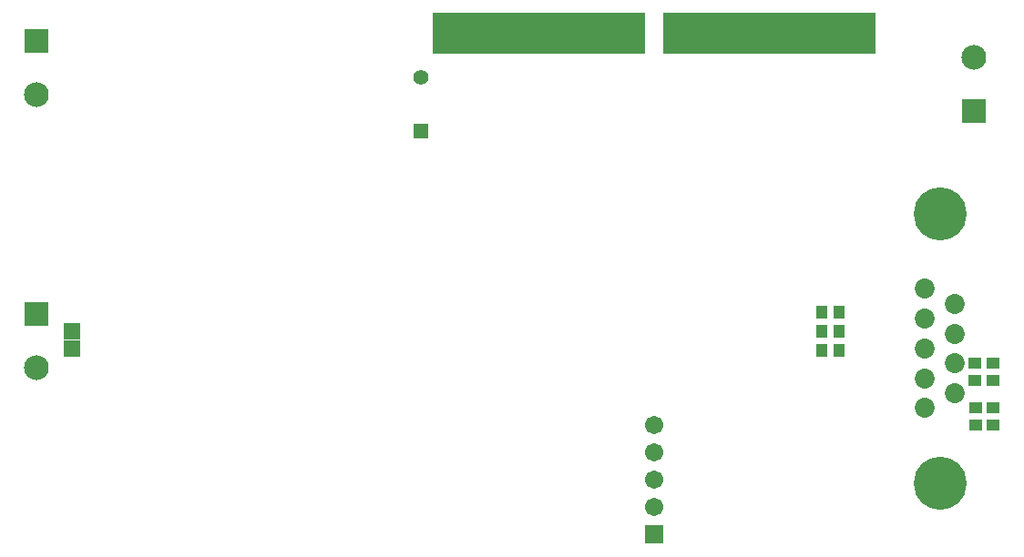
<source format=gbr>
%TF.GenerationSoftware,Altium Limited,Altium Designer,24.6.1 (21)*%
G04 Layer_Color=16711935*
%FSLAX45Y45*%
%MOMM*%
%TF.SameCoordinates,FD53202A-208C-403B-AAB2-15DF5564725B*%
%TF.FilePolarity,Negative*%
%TF.FileFunction,Soldermask,Bot*%
%TF.Part,Single*%
G01*
G75*
%TA.AperFunction,SMDPad,CuDef*%
%ADD73R,1.15320X1.05320*%
%ADD76R,1.60320X1.50320*%
%ADD80R,1.05320X1.15320*%
%TA.AperFunction,ComponentPad*%
%ADD89C,2.30320*%
%ADD90R,2.30320X2.30320*%
%ADD91C,1.40320*%
%ADD92R,1.40320X1.40320*%
%ADD93C,1.85320*%
%ADD94C,4.92820*%
%ADD95C,1.70320*%
%ADD96R,1.70320X1.70320*%
G36*
X8432800Y11798300D02*
X6464300D01*
Y12179300D01*
X8432800D01*
Y11798300D01*
D02*
G37*
G36*
X10572750D02*
X8604250D01*
Y12179300D01*
X10572750D01*
Y11798300D01*
D02*
G37*
D73*
X11508500Y8505100D02*
D03*
Y8345100D02*
D03*
X11671300Y8503900D02*
D03*
Y8343900D02*
D03*
X11499790Y8921388D02*
D03*
Y8761388D02*
D03*
X11664890Y8921388D02*
D03*
Y8761388D02*
D03*
D76*
X3105518Y9219159D02*
D03*
Y9059159D02*
D03*
D80*
X10078160Y9039349D02*
D03*
X10238160D02*
D03*
X10078160Y9217149D02*
D03*
X10238160D02*
D03*
X10078160Y9398508D02*
D03*
X10238160D02*
D03*
D89*
X11493500Y11768900D02*
D03*
X2781300Y11421300D02*
D03*
Y8881300D02*
D03*
D90*
X11493500Y11268900D02*
D03*
X2781300Y11921300D02*
D03*
Y9381300D02*
D03*
D91*
X6350000Y11578400D02*
D03*
D92*
Y11078400D02*
D03*
D93*
X11031700Y9612700D02*
D03*
Y9335700D02*
D03*
Y9058700D02*
D03*
Y8781700D02*
D03*
Y8504700D02*
D03*
X11315700Y9474200D02*
D03*
Y9197200D02*
D03*
Y8920200D02*
D03*
Y8643200D02*
D03*
D94*
X11173700Y10308200D02*
D03*
Y7809200D02*
D03*
D95*
X8521700Y8343900D02*
D03*
Y8089900D02*
D03*
Y7835900D02*
D03*
Y7581900D02*
D03*
D96*
Y7327900D02*
D03*
%TF.MD5,35cc2dbe842629397f9931a21604e4f5*%
M02*

</source>
